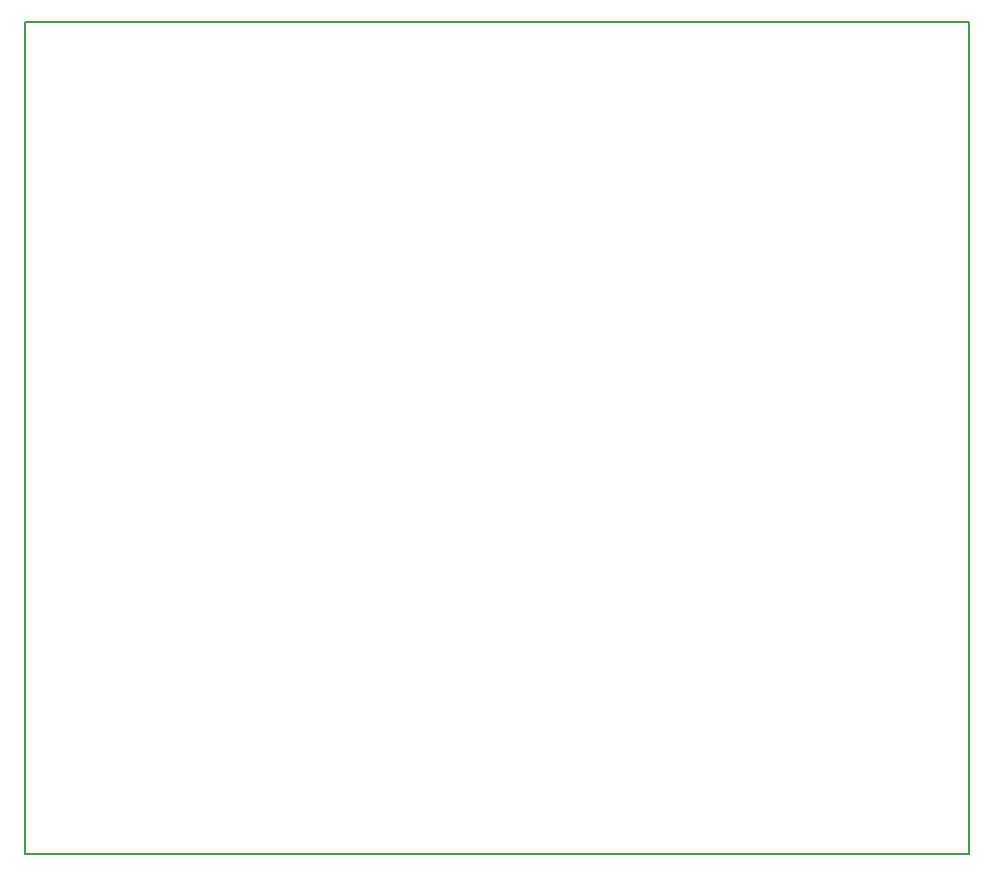
<source format=gbr>
G04 #@! TF.GenerationSoftware,KiCad,Pcbnew,(5.0.2)-1*
G04 #@! TF.CreationDate,2019-02-14T14:33:50+01:00*
G04 #@! TF.ProjectId,Embedded_Spectrum,456d6265-6464-4656-945f-537065637472,rev?*
G04 #@! TF.SameCoordinates,Original*
G04 #@! TF.FileFunction,Profile,NP*
%FSLAX46Y46*%
G04 Gerber Fmt 4.6, Leading zero omitted, Abs format (unit mm)*
G04 Created by KiCad (PCBNEW (5.0.2)-1) date 14/02/2019 14:33:50*
%MOMM*%
%LPD*%
G01*
G04 APERTURE LIST*
%ADD10C,0.150000*%
G04 APERTURE END LIST*
D10*
X71500000Y-68500000D02*
X151500000Y-68500000D01*
X71500000Y-139000000D02*
X71500000Y-68500000D01*
X151500000Y-139000000D02*
X71500000Y-139000000D01*
X151500000Y-68500000D02*
X151500000Y-139000000D01*
M02*

</source>
